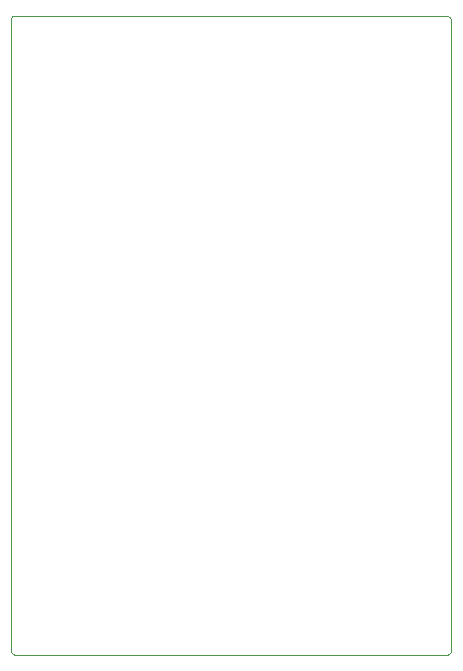
<source format=gtp>
%TF.GenerationSoftware,KiCad,Pcbnew,(5.1.10-1-10_14)*%
%TF.CreationDate,2021-10-09T14:12:20-05:00*%
%TF.ProjectId,bluepill_scsi,626c7565-7069-46c6-9c5f-736373692e6b,rev?*%
%TF.SameCoordinates,Original*%
%TF.FileFunction,Paste,Top*%
%TF.FilePolarity,Positive*%
%FSLAX46Y46*%
G04 Gerber Fmt 4.6, Leading zero omitted, Abs format (unit mm)*
G04 Created by KiCad (PCBNEW (5.1.10-1-10_14)) date 2021-10-09 14:12:20*
%MOMM*%
%LPD*%
G01*
G04 APERTURE LIST*
%TA.AperFunction,Profile*%
%ADD10C,0.050000*%
%TD*%
G04 APERTURE END LIST*
D10*
X125095000Y-149705000D02*
G75*
G02*
X124841000Y-149959000I-254000J0D01*
G01*
X88085000Y-149955000D02*
G75*
G02*
X87831000Y-149701000I0J254000D01*
G01*
X87835000Y-96139000D02*
G75*
G02*
X88089000Y-95885000I254000J0D01*
G01*
X124714000Y-95885000D02*
G75*
G02*
X125095000Y-96266000I0J-381000D01*
G01*
X124841000Y-149959000D02*
X88085000Y-149955000D01*
X124714000Y-95885000D02*
X88089000Y-95885000D01*
X125095000Y-149705000D02*
X125095000Y-96266000D01*
X87831000Y-149701000D02*
X87835000Y-96139000D01*
M02*

</source>
